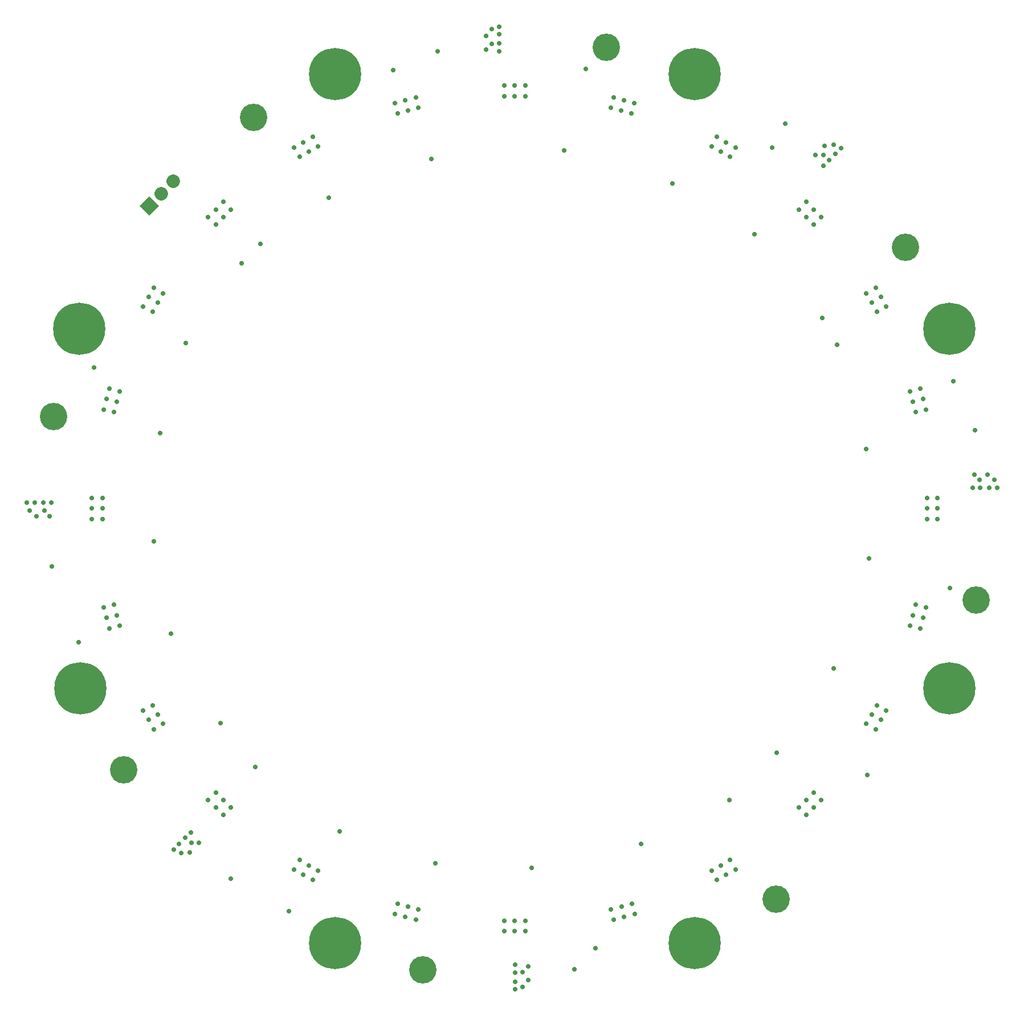
<source format=gbr>
G04 #@! TF.FileFunction,Copper,L2,Inr,Signal*
%FSLAX46Y46*%
G04 Gerber Fmt 4.6, Leading zero omitted, Abs format (unit mm)*
G04 Created by KiCad (PCBNEW 4.0.1-stable) date 2/3/2016 8:32:50 AM*
%MOMM*%
G01*
G04 APERTURE LIST*
%ADD10C,0.100000*%
%ADD11C,4.064000*%
%ADD12C,7.760000*%
%ADD13C,0.736600*%
%ADD14C,1.998980*%
%ADD15C,0.711200*%
G04 APERTURE END LIST*
D10*
D11*
X160510000Y-101930000D03*
X78370000Y-156810000D03*
X23490000Y-74670000D03*
X53190000Y-30220000D03*
X130810000Y-146380000D03*
X33920000Y-127110000D03*
D12*
X156530000Y-61570000D03*
X65270000Y-152830000D03*
X118730000Y-152830000D03*
X118730000Y-23770000D03*
X156530000Y-115030000D03*
X65270000Y-23770000D03*
X27270000Y-61570000D03*
D11*
X105630000Y-19790000D03*
X150080000Y-49490000D03*
D13*
X93587500Y-25474500D03*
X93587500Y-27062000D03*
X92000000Y-25474500D03*
X92000000Y-27062000D03*
X90412500Y-25474500D03*
X90412500Y-27062000D03*
X36801346Y-118337935D03*
X38176161Y-117544185D03*
X37595096Y-119712750D03*
X38969911Y-118919000D03*
X38388846Y-121087565D03*
X39763661Y-120293815D03*
X145611154Y-121087565D03*
X144236339Y-120293815D03*
X146404904Y-119712750D03*
X145030089Y-118919000D03*
X147198654Y-118337935D03*
X145823839Y-117544185D03*
X77279752Y-27211753D03*
X77690627Y-28745160D03*
X75746345Y-27622628D03*
X76157220Y-29156035D03*
X74212938Y-28033503D03*
X74623813Y-29566911D03*
X46453751Y-131601185D03*
X47576283Y-130478653D03*
X47576283Y-132723717D03*
X48698815Y-131601185D03*
X48698815Y-133846249D03*
X49821347Y-132723717D03*
X152266497Y-106087062D03*
X150733089Y-105676187D03*
X152677372Y-104553655D03*
X151143965Y-104142780D03*
X153088247Y-103020248D03*
X151554840Y-102609373D03*
X61962065Y-33101346D03*
X62755815Y-34476161D03*
X60587250Y-33895096D03*
X61381000Y-35269911D03*
X59212435Y-34688846D03*
X60006185Y-36063661D03*
X59212435Y-141911154D03*
X60006185Y-140536339D03*
X60587250Y-142704904D03*
X61381000Y-141330089D03*
X61962065Y-143498654D03*
X62755815Y-142123839D03*
X154825500Y-89887500D03*
X153238000Y-89887500D03*
X154825500Y-88300000D03*
X153238000Y-88300000D03*
X154825500Y-86712500D03*
X153238000Y-86712500D03*
X48698815Y-42753751D03*
X49821347Y-43876283D03*
X47576283Y-43876283D03*
X48698815Y-44998815D03*
X46453751Y-44998815D03*
X47576283Y-46121347D03*
X74212938Y-148566497D03*
X74623813Y-147033089D03*
X75746345Y-148977372D03*
X76157220Y-147443965D03*
X77279752Y-149388247D03*
X77690627Y-147854840D03*
X153088247Y-73579752D03*
X151554840Y-73990627D03*
X152677372Y-72046345D03*
X151143965Y-72457220D03*
X152266497Y-70512938D03*
X150733089Y-70923813D03*
X38388846Y-55512435D03*
X39763661Y-56306185D03*
X37595096Y-56887250D03*
X38969911Y-57681000D03*
X36801346Y-58262065D03*
X38176161Y-59055815D03*
X90412500Y-151125500D03*
X90412500Y-149538000D03*
X92000000Y-151125500D03*
X92000000Y-149538000D03*
X93587500Y-151125500D03*
X93587500Y-149538000D03*
X147198654Y-58262065D03*
X145823839Y-59055815D03*
X146404904Y-56887250D03*
X145030089Y-57681000D03*
X145611154Y-55512435D03*
X144236339Y-56306185D03*
X31733503Y-70512938D03*
X33266911Y-70923813D03*
X31322628Y-72046345D03*
X32856035Y-72457220D03*
X30911753Y-73579752D03*
X32445160Y-73990627D03*
X106720248Y-149388247D03*
X106309373Y-147854840D03*
X108253655Y-148977372D03*
X107842780Y-147443965D03*
X109787062Y-148566497D03*
X109376187Y-147033089D03*
X137546249Y-44998815D03*
X136423717Y-46121347D03*
X136423717Y-43876283D03*
X135301185Y-44998815D03*
X135301185Y-42753751D03*
X134178653Y-43876283D03*
X29174500Y-86712500D03*
X30762000Y-86712500D03*
X29174500Y-88300000D03*
X30762000Y-88300000D03*
X29174500Y-89887500D03*
X30762000Y-89887500D03*
X122037935Y-143498654D03*
X121244185Y-142123839D03*
X123412750Y-142704904D03*
X122619000Y-141330089D03*
X124787565Y-141911154D03*
X123993815Y-140536339D03*
X124787565Y-34688846D03*
X123993815Y-36063661D03*
X123412750Y-33895096D03*
X122619000Y-35269911D03*
X122037935Y-33101346D03*
X121244185Y-34476161D03*
X30911753Y-103020248D03*
X32445160Y-102609373D03*
X31322628Y-104553655D03*
X32856035Y-104142780D03*
X31733503Y-106087062D03*
X33266911Y-105676187D03*
X135301185Y-133846249D03*
X134178653Y-132723717D03*
X136423717Y-132723717D03*
X135301185Y-131601185D03*
X137546249Y-131601185D03*
X136423717Y-130478653D03*
X109747062Y-28033503D03*
X109336187Y-29566911D03*
X108213655Y-27622628D03*
X107802780Y-29156035D03*
X106680248Y-27211753D03*
X106269373Y-28745160D03*
X87709940Y-20075600D03*
X88535440Y-19288200D03*
X88535440Y-17091100D03*
X87709940Y-18107100D03*
X89678440Y-17853100D03*
X89678440Y-16710100D03*
X89678440Y-19186600D03*
X89678440Y-20329600D03*
X160280280Y-83227620D03*
X161067680Y-84053120D03*
X163264780Y-84053120D03*
X162248780Y-83227620D03*
X162502780Y-85196120D03*
X163645780Y-85196120D03*
X161169280Y-85196120D03*
X160026280Y-85196120D03*
X22866280Y-89420140D03*
X22078880Y-88594640D03*
X19881780Y-88594640D03*
X20897780Y-89420140D03*
X20643780Y-87451640D03*
X19500780Y-87451640D03*
X21977280Y-87451640D03*
X23120280Y-87451640D03*
X136670728Y-35771350D03*
X137811221Y-35798291D03*
X139364805Y-34244706D03*
X138062668Y-34379410D03*
X139634213Y-35591745D03*
X140442436Y-34783522D03*
X138691286Y-36534672D03*
X137883063Y-37342895D03*
X93993900Y-156372000D03*
X93168400Y-157159400D03*
X93168400Y-159356500D03*
X93993900Y-158340500D03*
X92025400Y-158594500D03*
X92025400Y-159737500D03*
X92025400Y-157261000D03*
X92025400Y-156118000D03*
X45088992Y-137968610D03*
X43948499Y-137941669D03*
X42394915Y-139495254D03*
X43697052Y-139360550D03*
X42125507Y-138148215D03*
X41317284Y-138956438D03*
X43068434Y-137205288D03*
X43876657Y-136397065D03*
D12*
X27470000Y-115030000D03*
D14*
X41284091Y-39696829D02*
X41284091Y-39696829D01*
D10*
G36*
X37691989Y-41875439D02*
X39105481Y-43288931D01*
X37691989Y-44702423D01*
X36278497Y-43288931D01*
X37691989Y-41875439D01*
X37691989Y-41875439D01*
G37*
D14*
X39488040Y-41492880D02*
X39488040Y-41492880D01*
D15*
X132187880Y-31073800D03*
X49788511Y-143273991D03*
X100839200Y-156770780D03*
X160371720Y-76692200D03*
X80549680Y-20324520D03*
X23232040Y-96925840D03*
X43089760Y-63717880D03*
X39274680Y-77088440D03*
X38360280Y-93171720D03*
X40885040Y-106857240D03*
X48296760Y-120146520D03*
X53458040Y-126704800D03*
X66005640Y-136270440D03*
X80209320Y-140969440D03*
X94473960Y-141655240D03*
X110756240Y-138154240D03*
X123860000Y-131571440D03*
X130943280Y-124564762D03*
X139401480Y-112013440D03*
X144644040Y-95730682D03*
X144191920Y-79417320D03*
X139863760Y-63987120D03*
X137659040Y-59960920D03*
X127595560Y-47504760D03*
X115428960Y-40019680D03*
X99305040Y-35129880D03*
X79614960Y-36346840D03*
X64364800Y-42097400D03*
X51418120Y-51845920D03*
X54194640Y-48960480D03*
X29480440Y-67339920D03*
X27214760Y-108178040D03*
X58416120Y-148117000D03*
X104014200Y-153633880D03*
X144400200Y-127873200D03*
X156617600Y-100151640D03*
X157151000Y-69422720D03*
X130272720Y-34675520D03*
X102520680Y-23001680D03*
X73930440Y-23184560D03*
M02*

</source>
